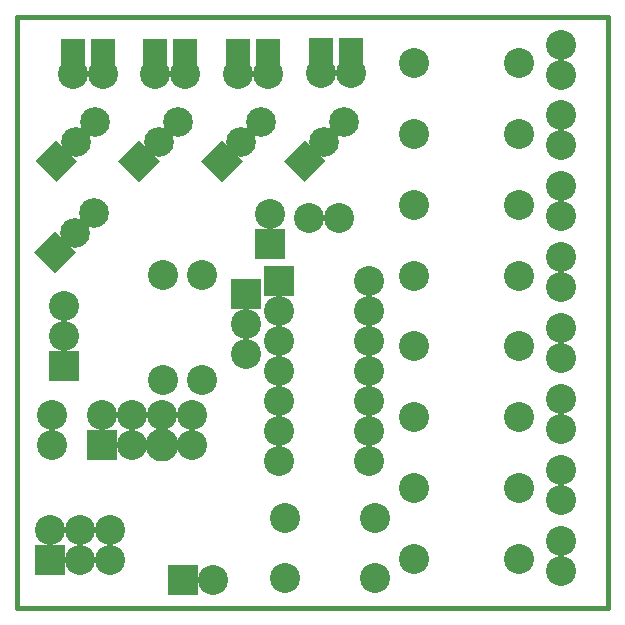
<source format=gts>
G04 (created by PCBNEW-RS274X (2010-12-18 BZR 2669)-stable) date 2011-02-06T23:53:48 CET*
G01*
G70*
G90*
%MOIN*%
G04 Gerber Fmt 3.4, Leading zero omitted, Abs format*
%FSLAX34Y34*%
G04 APERTURE LIST*
%ADD10C,0.006000*%
%ADD11C,0.015000*%
%ADD12R,0.100000X0.100000*%
%ADD13C,0.100000*%
%ADD14R,0.080000X0.138100*%
%ADD15C,0.110000*%
%ADD16C,0.098700*%
G04 APERTURE END LIST*
G54D10*
G54D11*
X10335Y-27756D02*
X30020Y-27756D01*
X10335Y-08071D02*
X10335Y-27756D01*
X30020Y-08071D02*
X10335Y-08071D01*
X30020Y-27756D02*
X30020Y-08071D01*
G54D12*
X17953Y-17307D03*
G54D13*
X17953Y-18307D03*
X17953Y-19307D03*
X22258Y-24776D03*
X22258Y-26776D03*
X19258Y-24776D03*
X19258Y-26776D03*
X17699Y-09944D03*
X18699Y-09944D03*
G54D14*
X17699Y-09444D03*
X18699Y-09444D03*
G54D13*
X20457Y-09943D03*
X21457Y-09943D03*
G54D14*
X20457Y-09443D03*
X21457Y-09443D03*
G54D13*
X14945Y-09944D03*
X15945Y-09944D03*
G54D14*
X14945Y-09444D03*
X15945Y-09444D03*
G54D13*
X12189Y-09945D03*
X13189Y-09945D03*
G54D14*
X12189Y-09445D03*
X13189Y-09445D03*
G54D12*
X15878Y-26811D03*
G54D13*
X16878Y-26811D03*
X28475Y-25515D03*
X28475Y-26515D03*
X28474Y-23151D03*
X28474Y-24151D03*
X28473Y-20791D03*
X28473Y-21791D03*
X28474Y-18428D03*
X28474Y-19428D03*
X28475Y-16064D03*
X28475Y-17064D03*
X28474Y-13705D03*
X28474Y-14705D03*
X28472Y-11341D03*
X28472Y-12341D03*
X28474Y-08980D03*
X28474Y-09980D03*
X20061Y-14752D03*
X21061Y-14752D03*
G54D12*
X13156Y-22341D03*
G54D13*
X13156Y-21341D03*
X14156Y-22341D03*
X14156Y-21341D03*
G54D15*
X15156Y-22341D03*
G54D13*
X15156Y-21341D03*
X16156Y-22341D03*
X16156Y-21341D03*
G54D12*
X11424Y-26170D03*
G54D13*
X11424Y-25170D03*
X12424Y-26170D03*
X12424Y-25170D03*
X13424Y-26170D03*
X13424Y-25170D03*
G54D12*
X11895Y-19691D03*
G54D13*
X11895Y-18691D03*
X11895Y-17691D03*
G54D12*
X19060Y-16875D03*
G54D13*
X19060Y-17875D03*
X19060Y-18875D03*
X19060Y-19875D03*
X19060Y-20875D03*
X19060Y-21875D03*
X19060Y-22875D03*
X22060Y-22875D03*
X22060Y-21875D03*
X22060Y-20875D03*
X22060Y-19875D03*
X22060Y-18875D03*
X22060Y-17875D03*
X22060Y-16875D03*
X11499Y-21339D03*
X11499Y-22339D03*
G54D10*
G36*
X11608Y-15206D02*
X12305Y-15903D01*
X11608Y-16600D01*
X10911Y-15903D01*
X11608Y-15206D01*
X11608Y-15206D01*
G37*
G54D16*
X12258Y-15253D03*
X12908Y-14603D03*
G54D10*
G36*
X11647Y-12173D02*
X12344Y-12870D01*
X11647Y-13567D01*
X10950Y-12870D01*
X11647Y-12173D01*
X11647Y-12173D01*
G37*
G54D16*
X12297Y-12220D03*
X12947Y-11570D03*
G54D10*
G36*
X14405Y-12171D02*
X15102Y-12868D01*
X14405Y-13565D01*
X13708Y-12868D01*
X14405Y-12171D01*
X14405Y-12171D01*
G37*
G54D16*
X15055Y-12218D03*
X15705Y-11568D03*
G54D10*
G36*
X17158Y-12172D02*
X17855Y-12869D01*
X17158Y-13566D01*
X16461Y-12869D01*
X17158Y-12172D01*
X17158Y-12172D01*
G37*
G54D16*
X17808Y-12219D03*
X18458Y-11569D03*
G54D10*
G36*
X19915Y-12171D02*
X20612Y-12868D01*
X19915Y-13565D01*
X19218Y-12868D01*
X19915Y-12171D01*
X19915Y-12171D01*
G37*
G54D16*
X20565Y-12218D03*
X21215Y-11568D03*
G54D12*
X18780Y-15622D03*
G54D13*
X18780Y-14614D03*
X15200Y-20150D03*
X15200Y-16650D03*
X23574Y-09594D03*
X27074Y-09594D03*
X23574Y-11955D03*
X27074Y-11955D03*
X23575Y-14318D03*
X27075Y-14318D03*
X23576Y-16681D03*
X27076Y-16681D03*
X23575Y-19042D03*
X27075Y-19042D03*
X23573Y-21406D03*
X27073Y-21406D03*
X23573Y-23766D03*
X27073Y-23766D03*
X23575Y-26130D03*
X27075Y-26130D03*
X16500Y-20150D03*
X16500Y-16650D03*
M02*

</source>
